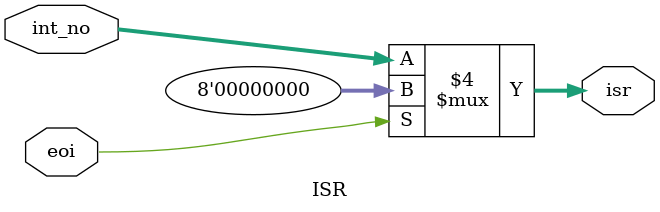
<source format=v>
module ISR (
    input [7:0] int_no,  // Interrupt number being serviced
    input eoi,           // End of Interrupt signal
    output reg [7:0] isr  // In-Service Register output
);
  
  initial begin
    isr = 8'b00000000;
    isr = 0;
  end
    // Always block for asynchronous operation:
    always @* begin
        if (eoi) begin
            isr = 0;  // Reset the bit for the interrupt
        end else begin
            isr = 8'b00000000;
            isr = int_no;  // Set the bit for the interrupt being serviced
        end
    end

endmodule
</source>
